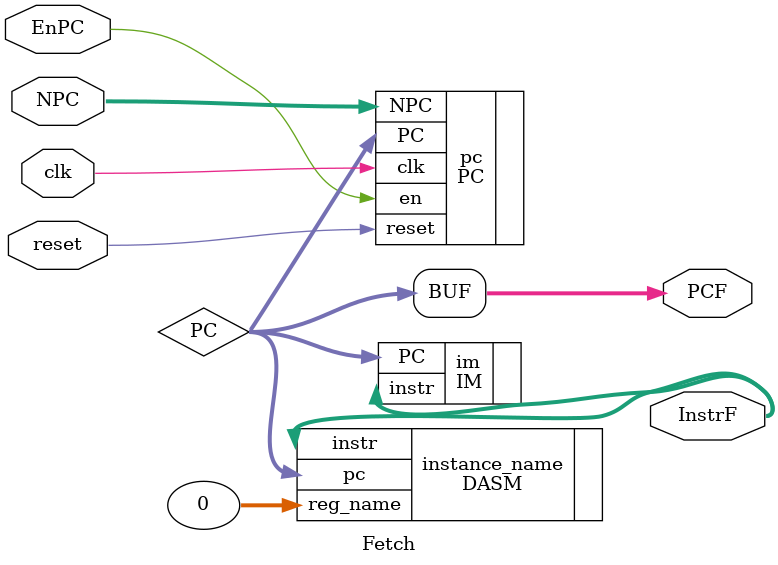
<source format=v>
`timescale 1ns / 1ps
module Fetch(
    input clk,
    input reset,
    input EnPC,
    input [31:0] NPC,
	
	
    output [31:0] InstrF,
    output [31:0] PCF
    );
	
	wire[31:0] PC;
	
	PC pc (
    .clk(clk), 
    .reset(reset), 
    .en(EnPC), 
    .NPC(NPC), 
    .PC(PC)
    );
	
	IM im(
    .PC(PC), 
    .instr(InstrF)
    );
	
	assign PCF = PC;
	
DASM instance_name (
    .pc(PC), 
    .instr(InstrF), 
    .reg_name(0)
    );
endmodule

</source>
